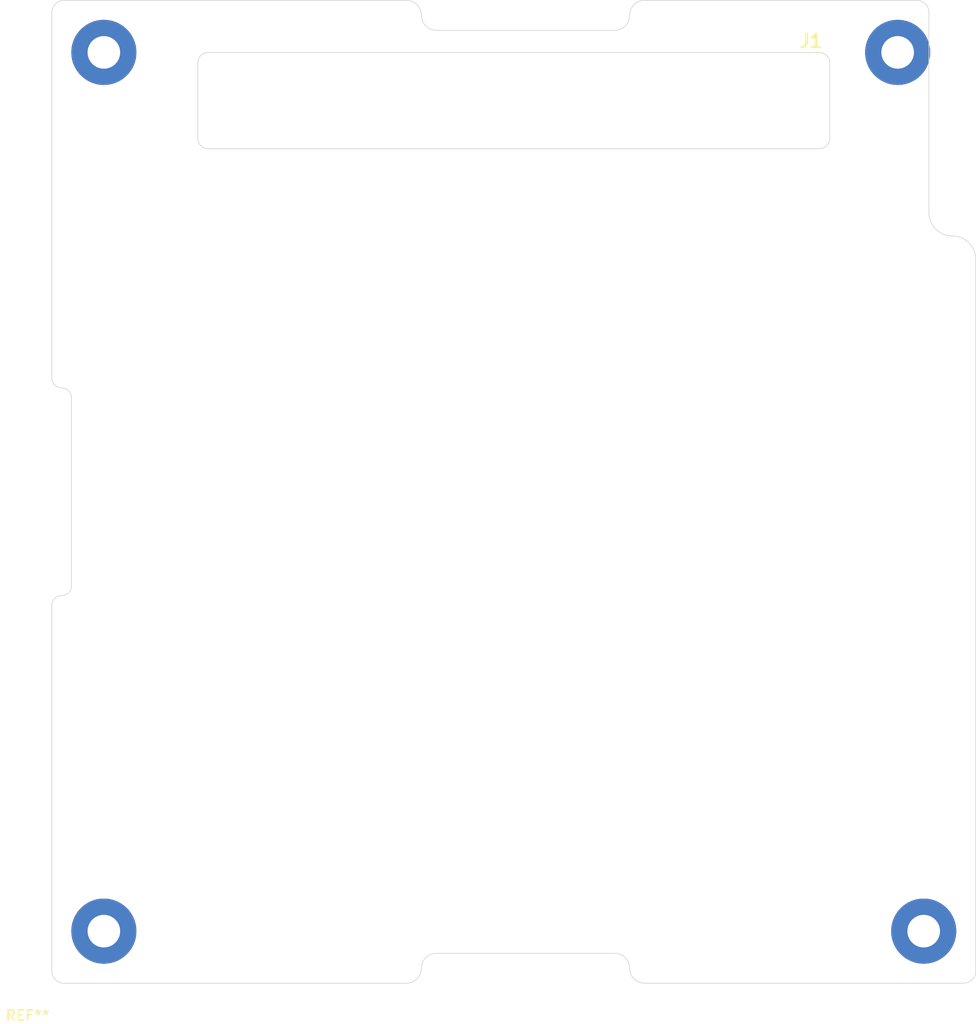
<source format=kicad_pcb>
(kicad_pcb (version 20171130) (host pcbnew "(5.1.5)-3")

  (general
    (thickness 1.6)
    (drawings 0)
    (tracks 0)
    (zones 0)
    (modules 1)
    (nets 1)
  )

  (page A4)
  (layers
    (0 F.Cu signal)
    (31 B.Cu signal)
    (32 B.Adhes user)
    (33 F.Adhes user)
    (34 B.Paste user)
    (35 F.Paste user)
    (36 B.SilkS user)
    (37 F.SilkS user)
    (38 B.Mask user)
    (39 F.Mask user)
    (40 Dwgs.User user)
    (41 Cmts.User user)
    (42 Eco1.User user)
    (43 Eco2.User user)
    (44 Edge.Cuts user)
    (45 Margin user)
    (46 B.CrtYd user)
    (47 F.CrtYd user)
    (48 B.Fab user)
    (49 F.Fab user)
  )

  (setup
    (last_trace_width 0.25)
    (trace_clearance 0.2)
    (zone_clearance 0.508)
    (zone_45_only no)
    (trace_min 0.2)
    (via_size 0.8)
    (via_drill 0.4)
    (via_min_size 0.4)
    (via_min_drill 0.3)
    (uvia_size 0.3)
    (uvia_drill 0.1)
    (uvias_allowed no)
    (uvia_min_size 0.2)
    (uvia_min_drill 0.1)
    (edge_width 0.05)
    (segment_width 0.2)
    (pcb_text_width 0.3)
    (pcb_text_size 1.5 1.5)
    (mod_edge_width 0.12)
    (mod_text_size 1 1)
    (mod_text_width 0.15)
    (pad_size 1.524 1.524)
    (pad_drill 0.762)
    (pad_to_mask_clearance 0.051)
    (solder_mask_min_width 0.25)
    (aux_axis_origin 0 0)
    (visible_elements FFFFFF7F)
    (pcbplotparams
      (layerselection 0x010fc_ffffffff)
      (usegerberextensions false)
      (usegerberattributes false)
      (usegerberadvancedattributes false)
      (creategerberjobfile false)
      (excludeedgelayer true)
      (linewidth 0.100000)
      (plotframeref false)
      (viasonmask false)
      (mode 1)
      (useauxorigin false)
      (hpglpennumber 1)
      (hpglpenspeed 20)
      (hpglpendiameter 15.000000)
      (psnegative false)
      (psa4output false)
      (plotreference true)
      (plotvalue true)
      (plotinvisibletext false)
      (padsonsilk false)
      (subtractmaskfromsilk false)
      (outputformat 1)
      (mirror false)
      (drillshape 1)
      (scaleselection 1)
      (outputdirectory ""))
  )

  (net 0 "")

  (net_class Default "This is the default net class."
    (clearance 0.2)
    (trace_width 0.25)
    (via_dia 0.8)
    (via_drill 0.4)
    (uvia_dia 0.3)
    (uvia_drill 0.1)
  )

  (module SS:STD_PCB_B2_v1.1 (layer F.Cu) (tedit 5E39F46B) (tstamp 5E3B7C12)
    (at 13.97 196.85)
    (fp_text reference REF** (at -2.36 3.15) (layer F.SilkS)
      (effects (font (size 1 1) (thickness 0.15)))
    )
    (fp_text value SatBus (at -2.36 2.15) (layer F.Fab)
      (effects (font (size 1 1) (thickness 0.15)))
    )
    (fp_text user J1 (at 74.085 -91.923) (layer F.SilkS)
      (effects (font (size 1.27 1.27) (thickness 0.254)))
    )
    (fp_arc (start 74.925 -82.413) (end 75.925 -82.413) (angle 90) (layer Edge.Cuts) (width 0.0635))
    (fp_arc (start 15.245 -82.413) (end 15.245 -81.413) (angle 90) (layer Edge.Cuts) (width 0.0635))
    (fp_arc (start 15.245 -89.793) (end 14.245 -89.793) (angle 90) (layer Edge.Cuts) (width 0.0635))
    (fp_line (start 74.925 -90.793) (end 15.245 -90.793) (layer Edge.Cuts) (width 0.0635))
    (fp_line (start 15.245 -81.413) (end 74.925 -81.413) (layer Edge.Cuts) (width 0.0635))
    (fp_line (start 75.925 -82.413) (end 75.925 -89.793) (layer Edge.Cuts) (width 0.0635))
    (fp_line (start 14.245 -89.793) (end 14.245 -82.413) (layer Edge.Cuts) (width 0.0635))
    (fp_arc (start 74.925 -89.793) (end 74.925 -90.793) (angle 90) (layer Edge.Cuts) (width 0.0635))
    (fp_arc (start 87.885 -75.185) (end 85.6 -75.185) (angle -90) (layer Edge.Cuts) (width 0.0635))
    (fp_arc (start 87.885 -70.615) (end 90.17 -70.615) (angle -90) (layer Edge.Cuts) (width 0.0635))
    (fp_arc (start 57.855 -94.425) (end 56.39 -94.425) (angle 90) (layer Edge.Cuts) (width 0.0635))
    (fp_arc (start 54.925 -94.425) (end 56.39 -94.425) (angle 90) (layer Edge.Cuts) (width 0.0635))
    (fp_arc (start 37.535 -94.425) (end 37.535 -92.96) (angle 90) (layer Edge.Cuts) (width 0.0635))
    (fp_arc (start 34.605 -94.425) (end 34.605 -95.89) (angle 90) (layer Edge.Cuts) (width 0.0635))
    (fp_arc (start 84.4 -94.69) (end 85.6 -94.69) (angle -90) (layer Edge.Cuts) (width 0.0635))
    (fp_arc (start 1.2 -94.69) (end 0 -94.69) (angle 90) (layer Edge.Cuts) (width 0.0635))
    (fp_line (start 85.6 -75.185) (end 85.6 -94.69) (layer Edge.Cuts) (width 0.0635))
    (fp_line (start 57.855 -95.89) (end 84.4 -95.89) (layer Edge.Cuts) (width 0.0635))
    (fp_line (start 37.535 -92.96) (end 54.925 -92.96) (layer Edge.Cuts) (width 0.0635))
    (fp_line (start 1.2 -95.89) (end 34.605 -95.89) (layer Edge.Cuts) (width 0.0635))
    (fp_arc (start 88.97 -1.2) (end 88.97 0) (angle -90) (layer Edge.Cuts) (width 0.0635))
    (fp_arc (start 57.85 -1.46) (end 56.39 -1.46) (angle -90) (layer Edge.Cuts) (width 0.0635))
    (fp_arc (start 54.93 -1.46) (end 56.39 -1.46) (angle -90) (layer Edge.Cuts) (width 0.0635))
    (fp_line (start 90.17 -1.2) (end 90.17 -70.615) (layer Edge.Cuts) (width 0.0635))
    (fp_line (start 57.85 0) (end 88.97 0) (layer Edge.Cuts) (width 0.0635))
    (fp_arc (start 37.53 -1.46) (end 37.53 -2.92) (angle -90) (layer Edge.Cuts) (width 0.0635))
    (fp_arc (start 34.61 -1.46) (end 34.61 0) (angle -90) (layer Edge.Cuts) (width 0.0635))
    (fp_line (start 37.53 -2.92) (end 54.93 -2.92) (layer Edge.Cuts) (width 0.0635))
    (fp_arc (start 1.2 -1.2) (end 0 -1.2) (angle -90) (layer Edge.Cuts) (width 0.0635))
    (fp_arc (start 0.96 -59.04) (end 0 -59.04) (angle -90) (layer Edge.Cuts) (width 0.0635))
    (fp_arc (start 0.96 -57.12) (end 0.96 -58.08) (angle 90) (layer Edge.Cuts) (width 0.0635))
    (fp_line (start 0 -1.2) (end 0 -36.85) (layer Edge.Cuts) (width 0.0635))
    (fp_line (start 1.2 0) (end 34.61 0) (layer Edge.Cuts) (width 0.0635))
    (fp_line (start 0 -59.04) (end 0 -94.69) (layer Edge.Cuts) (width 0.0635))
    (fp_line (start 1.92 -38.77) (end 1.92 -57.12) (layer Edge.Cuts) (width 0.0635))
    (fp_arc (start 0.96 -36.85) (end 0 -36.85) (angle 90) (layer Edge.Cuts) (width 0.0635))
    (fp_arc (start 0.96 -38.77) (end 0.96 -37.81) (angle -90) (layer Edge.Cuts) (width 0.0635))
    (pad "" np_thru_hole circle (at 85.09 -5.08) (size 6.35 6.35) (drill 3.18) (layers *.Cu *.Mask))
    (pad "" np_thru_hole circle (at 82.55 -90.81) (size 6.35 6.35) (drill 3.18) (layers *.Cu *.Mask))
    (pad "" np_thru_hole circle (at 5.08 -90.81) (size 6.35 6.35) (drill 3.18) (layers *.Cu *.Mask))
    (pad "" np_thru_hole circle (at 5.08 -5.08) (size 6.35 6.35) (drill 3.18) (layers *.Cu *.Mask))
  )

)

</source>
